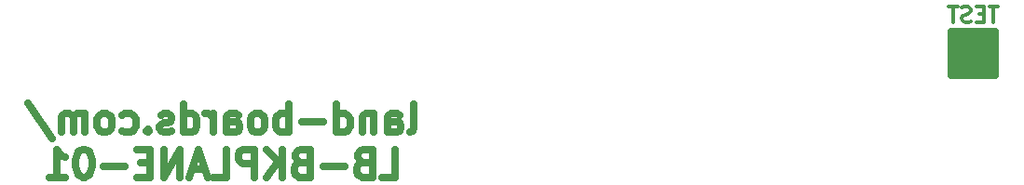
<source format=gbo>
G04 #@! TF.GenerationSoftware,KiCad,Pcbnew,(6.0.1)*
G04 #@! TF.CreationDate,2022-09-09T11:49:59-04:00*
G04 #@! TF.ProjectId,LB-BKPLANE-01,4c422d42-4b50-44c4-914e-452d30312e6b,1*
G04 #@! TF.SameCoordinates,Original*
G04 #@! TF.FileFunction,Legend,Bot*
G04 #@! TF.FilePolarity,Positive*
%FSLAX46Y46*%
G04 Gerber Fmt 4.6, Leading zero omitted, Abs format (unit mm)*
G04 Created by KiCad (PCBNEW (6.0.1)) date 2022-09-09 11:49:59*
%MOMM*%
%LPD*%
G01*
G04 APERTURE LIST*
%ADD10C,0.635000*%
%ADD11C,0.349250*%
%ADD12C,0.650000*%
G04 APERTURE END LIST*
D10*
X114529809Y-153536347D02*
X114771714Y-153415395D01*
X114892666Y-153173490D01*
X114892666Y-150996347D01*
X112473619Y-153536347D02*
X112473619Y-152205871D01*
X112594571Y-151963966D01*
X112836476Y-151843014D01*
X113320285Y-151843014D01*
X113562190Y-151963966D01*
X112473619Y-153415395D02*
X112715523Y-153536347D01*
X113320285Y-153536347D01*
X113562190Y-153415395D01*
X113683142Y-153173490D01*
X113683142Y-152931585D01*
X113562190Y-152689680D01*
X113320285Y-152568728D01*
X112715523Y-152568728D01*
X112473619Y-152447776D01*
X111264095Y-151843014D02*
X111264095Y-153536347D01*
X111264095Y-152084919D02*
X111143142Y-151963966D01*
X110901238Y-151843014D01*
X110538380Y-151843014D01*
X110296476Y-151963966D01*
X110175523Y-152205871D01*
X110175523Y-153536347D01*
X107877428Y-153536347D02*
X107877428Y-150996347D01*
X107877428Y-153415395D02*
X108119333Y-153536347D01*
X108603142Y-153536347D01*
X108845047Y-153415395D01*
X108966000Y-153294442D01*
X109086952Y-153052538D01*
X109086952Y-152326823D01*
X108966000Y-152084919D01*
X108845047Y-151963966D01*
X108603142Y-151843014D01*
X108119333Y-151843014D01*
X107877428Y-151963966D01*
X106667904Y-152568728D02*
X104732666Y-152568728D01*
X103523142Y-153536347D02*
X103523142Y-150996347D01*
X103523142Y-151963966D02*
X103281238Y-151843014D01*
X102797428Y-151843014D01*
X102555523Y-151963966D01*
X102434571Y-152084919D01*
X102313619Y-152326823D01*
X102313619Y-153052538D01*
X102434571Y-153294442D01*
X102555523Y-153415395D01*
X102797428Y-153536347D01*
X103281238Y-153536347D01*
X103523142Y-153415395D01*
X100862190Y-153536347D02*
X101104095Y-153415395D01*
X101225047Y-153294442D01*
X101346000Y-153052538D01*
X101346000Y-152326823D01*
X101225047Y-152084919D01*
X101104095Y-151963966D01*
X100862190Y-151843014D01*
X100499333Y-151843014D01*
X100257428Y-151963966D01*
X100136476Y-152084919D01*
X100015523Y-152326823D01*
X100015523Y-153052538D01*
X100136476Y-153294442D01*
X100257428Y-153415395D01*
X100499333Y-153536347D01*
X100862190Y-153536347D01*
X97838380Y-153536347D02*
X97838380Y-152205871D01*
X97959333Y-151963966D01*
X98201238Y-151843014D01*
X98685047Y-151843014D01*
X98926952Y-151963966D01*
X97838380Y-153415395D02*
X98080285Y-153536347D01*
X98685047Y-153536347D01*
X98926952Y-153415395D01*
X99047904Y-153173490D01*
X99047904Y-152931585D01*
X98926952Y-152689680D01*
X98685047Y-152568728D01*
X98080285Y-152568728D01*
X97838380Y-152447776D01*
X96628857Y-153536347D02*
X96628857Y-151843014D01*
X96628857Y-152326823D02*
X96507904Y-152084919D01*
X96386952Y-151963966D01*
X96145047Y-151843014D01*
X95903142Y-151843014D01*
X93967904Y-153536347D02*
X93967904Y-150996347D01*
X93967904Y-153415395D02*
X94209809Y-153536347D01*
X94693619Y-153536347D01*
X94935523Y-153415395D01*
X95056476Y-153294442D01*
X95177428Y-153052538D01*
X95177428Y-152326823D01*
X95056476Y-152084919D01*
X94935523Y-151963966D01*
X94693619Y-151843014D01*
X94209809Y-151843014D01*
X93967904Y-151963966D01*
X92879333Y-153415395D02*
X92637428Y-153536347D01*
X92153619Y-153536347D01*
X91911714Y-153415395D01*
X91790761Y-153173490D01*
X91790761Y-153052538D01*
X91911714Y-152810633D01*
X92153619Y-152689680D01*
X92516476Y-152689680D01*
X92758380Y-152568728D01*
X92879333Y-152326823D01*
X92879333Y-152205871D01*
X92758380Y-151963966D01*
X92516476Y-151843014D01*
X92153619Y-151843014D01*
X91911714Y-151963966D01*
X90702190Y-153294442D02*
X90581238Y-153415395D01*
X90702190Y-153536347D01*
X90823142Y-153415395D01*
X90702190Y-153294442D01*
X90702190Y-153536347D01*
X88404095Y-153415395D02*
X88646000Y-153536347D01*
X89129809Y-153536347D01*
X89371714Y-153415395D01*
X89492666Y-153294442D01*
X89613619Y-153052538D01*
X89613619Y-152326823D01*
X89492666Y-152084919D01*
X89371714Y-151963966D01*
X89129809Y-151843014D01*
X88646000Y-151843014D01*
X88404095Y-151963966D01*
X86952666Y-153536347D02*
X87194571Y-153415395D01*
X87315523Y-153294442D01*
X87436476Y-153052538D01*
X87436476Y-152326823D01*
X87315523Y-152084919D01*
X87194571Y-151963966D01*
X86952666Y-151843014D01*
X86589809Y-151843014D01*
X86347904Y-151963966D01*
X86226952Y-152084919D01*
X86106000Y-152326823D01*
X86106000Y-153052538D01*
X86226952Y-153294442D01*
X86347904Y-153415395D01*
X86589809Y-153536347D01*
X86952666Y-153536347D01*
X85017428Y-153536347D02*
X85017428Y-151843014D01*
X85017428Y-152084919D02*
X84896476Y-151963966D01*
X84654571Y-151843014D01*
X84291714Y-151843014D01*
X84049809Y-151963966D01*
X83928857Y-152205871D01*
X83928857Y-153536347D01*
X83928857Y-152205871D02*
X83807904Y-151963966D01*
X83566000Y-151843014D01*
X83203142Y-151843014D01*
X82961238Y-151963966D01*
X82840285Y-152205871D01*
X82840285Y-153536347D01*
X79816476Y-150875395D02*
X81993619Y-154141109D01*
X111989809Y-157625747D02*
X113199333Y-157625747D01*
X113199333Y-155085747D01*
X110296476Y-156295271D02*
X109933619Y-156416223D01*
X109812666Y-156537176D01*
X109691714Y-156779080D01*
X109691714Y-157141938D01*
X109812666Y-157383842D01*
X109933619Y-157504795D01*
X110175523Y-157625747D01*
X111143142Y-157625747D01*
X111143142Y-155085747D01*
X110296476Y-155085747D01*
X110054571Y-155206700D01*
X109933619Y-155327652D01*
X109812666Y-155569557D01*
X109812666Y-155811461D01*
X109933619Y-156053366D01*
X110054571Y-156174319D01*
X110296476Y-156295271D01*
X111143142Y-156295271D01*
X108603142Y-156658128D02*
X106667904Y-156658128D01*
X104611714Y-156295271D02*
X104248857Y-156416223D01*
X104127904Y-156537176D01*
X104006952Y-156779080D01*
X104006952Y-157141938D01*
X104127904Y-157383842D01*
X104248857Y-157504795D01*
X104490761Y-157625747D01*
X105458380Y-157625747D01*
X105458380Y-155085747D01*
X104611714Y-155085747D01*
X104369809Y-155206700D01*
X104248857Y-155327652D01*
X104127904Y-155569557D01*
X104127904Y-155811461D01*
X104248857Y-156053366D01*
X104369809Y-156174319D01*
X104611714Y-156295271D01*
X105458380Y-156295271D01*
X102918380Y-157625747D02*
X102918380Y-155085747D01*
X101466952Y-157625747D02*
X102555523Y-156174319D01*
X101466952Y-155085747D02*
X102918380Y-156537176D01*
X100378380Y-157625747D02*
X100378380Y-155085747D01*
X99410761Y-155085747D01*
X99168857Y-155206700D01*
X99047904Y-155327652D01*
X98926952Y-155569557D01*
X98926952Y-155932414D01*
X99047904Y-156174319D01*
X99168857Y-156295271D01*
X99410761Y-156416223D01*
X100378380Y-156416223D01*
X96628857Y-157625747D02*
X97838380Y-157625747D01*
X97838380Y-155085747D01*
X95903142Y-156900033D02*
X94693619Y-156900033D01*
X96145047Y-157625747D02*
X95298380Y-155085747D01*
X94451714Y-157625747D01*
X93605047Y-157625747D02*
X93605047Y-155085747D01*
X92153619Y-157625747D01*
X92153619Y-155085747D01*
X90944095Y-156295271D02*
X90097428Y-156295271D01*
X89734571Y-157625747D02*
X90944095Y-157625747D01*
X90944095Y-155085747D01*
X89734571Y-155085747D01*
X88646000Y-156658128D02*
X86710761Y-156658128D01*
X85017428Y-155085747D02*
X84775523Y-155085747D01*
X84533619Y-155206700D01*
X84412666Y-155327652D01*
X84291714Y-155569557D01*
X84170761Y-156053366D01*
X84170761Y-156658128D01*
X84291714Y-157141938D01*
X84412666Y-157383842D01*
X84533619Y-157504795D01*
X84775523Y-157625747D01*
X85017428Y-157625747D01*
X85259333Y-157504795D01*
X85380285Y-157383842D01*
X85501238Y-157141938D01*
X85622190Y-156658128D01*
X85622190Y-156053366D01*
X85501238Y-155569557D01*
X85380285Y-155327652D01*
X85259333Y-155206700D01*
X85017428Y-155085747D01*
X81751714Y-157625747D02*
X83203142Y-157625747D01*
X82477428Y-157625747D02*
X82477428Y-155085747D01*
X82719333Y-155448604D01*
X82961238Y-155690509D01*
X83203142Y-155811461D01*
D11*
X167960347Y-142096376D02*
X167162061Y-142096376D01*
X167561204Y-143493376D02*
X167561204Y-142096376D01*
X166696395Y-142761614D02*
X166230728Y-142761614D01*
X166031157Y-143493376D02*
X166696395Y-143493376D01*
X166696395Y-142096376D01*
X166031157Y-142096376D01*
X165498966Y-143426852D02*
X165299395Y-143493376D01*
X164966776Y-143493376D01*
X164833728Y-143426852D01*
X164767204Y-143360328D01*
X164700680Y-143227280D01*
X164700680Y-143094233D01*
X164767204Y-142961185D01*
X164833728Y-142894661D01*
X164966776Y-142828138D01*
X165232871Y-142761614D01*
X165365919Y-142695090D01*
X165432442Y-142628566D01*
X165498966Y-142495519D01*
X165498966Y-142362471D01*
X165432442Y-142229423D01*
X165365919Y-142162900D01*
X165232871Y-142096376D01*
X164900252Y-142096376D01*
X164700680Y-142162900D01*
X164301538Y-142096376D02*
X163503252Y-142096376D01*
X163902395Y-143493376D02*
X163902395Y-142096376D01*
D12*
X163731800Y-144361400D02*
X167731800Y-144361400D01*
X167731800Y-144361400D02*
X167731800Y-148361400D01*
X167731800Y-148361400D02*
X163731800Y-148361400D01*
X163731800Y-148361400D02*
X163731800Y-144361400D01*
X163731800Y-144361400D02*
X163731800Y-144861400D01*
X163731800Y-144861400D02*
X167731800Y-144861400D01*
X167731800Y-144861400D02*
X167731800Y-145361400D01*
X167731800Y-145361400D02*
X163731800Y-145361400D01*
X163731800Y-145361400D02*
X163731800Y-145861400D01*
X163731800Y-145861400D02*
X167731800Y-145861400D01*
X167731800Y-145861400D02*
X167731800Y-146361400D01*
X167731800Y-146361400D02*
X163731800Y-146361400D01*
X163731800Y-146361400D02*
X163731800Y-146861400D01*
X163731800Y-146861400D02*
X167231800Y-146861400D01*
X167231800Y-146861400D02*
X167731800Y-146861400D01*
X167731800Y-146861400D02*
X167731800Y-147361400D01*
X167731800Y-147361400D02*
X163731800Y-147361400D01*
X163731800Y-147361400D02*
X163731800Y-147861400D01*
X163731800Y-147861400D02*
X167731800Y-147861400D01*
M02*

</source>
